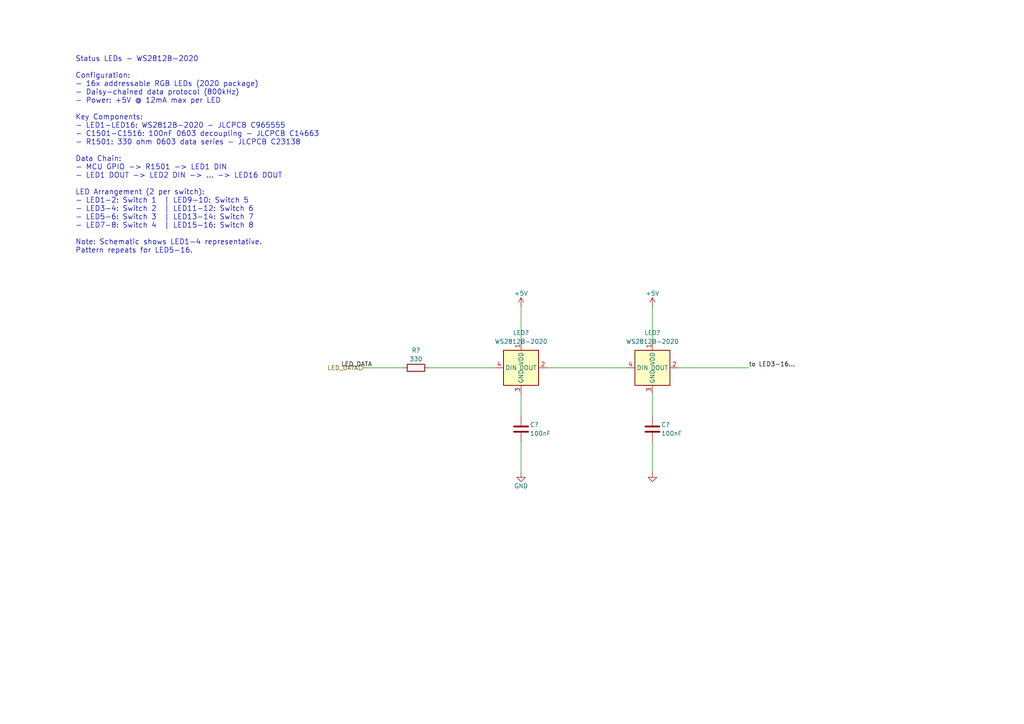
<source format=kicad_sch>
(kicad_sch (version 20250114) (generator "eeschema") (generator_version "9.0")
  (paper "A4")
  (title_block (title "Section 15: Status LEDs") (date "2026-01-29") (rev "1.0") (company "IMSAFE Project") (comment 1 "WS2812B-2020 Addressable RGB LEDs") (comment 2 "16 LEDs daisy-chained, 100nF decoupling each"))
  (lib_symbols
    (symbol "Device:C" (pin_numbers (hide yes)) (pin_names (offset 0.254))
      (property "Reference" "C" (at 0.635 2.54 0))
      (property "Value" "C" (at 0.635 -2.54 0))
      (symbol "C_0_1"
        (polyline (pts (xy -2.032 0.762) (xy 2.032 0.762)) (stroke (width 0.508)))
        (polyline (pts (xy -2.032 -0.762) (xy 2.032 -0.762)) (stroke (width 0.508)))
      )
      (symbol "C_1_1"
        (pin passive line (at 0 3.81 270) (length 2.794) (name "~") (number "1"))
        (pin passive line (at 0 -3.81 90) (length 2.794) (name "~") (number "2"))
      )
    )
    (symbol "Device:R" (pin_numbers (hide yes)) (pin_names (offset 0))
      (property "Reference" "R" (at 2.032 0 90))
      (property "Value" "R" (at 0 0 90))
      (symbol "R_0_1"
        (rectangle (start -1.016 -2.54) (end 1.016 2.54) (stroke (width 0.254)))
      )
      (symbol "R_1_1"
        (pin passive line (at 0 3.81 270) (length 1.27) (name "~") (number "1"))
        (pin passive line (at 0 -3.81 90) (length 1.27) (name "~") (number "2"))
      )
    )
    (symbol "LED:WS2812B-2020"
      (property "Reference" "LED" (at 0 8.89 0))
      (property "Value" "WS2812B-2020" (at 0 6.35 0))
      (symbol "WS2812B-2020_0_1"
        (rectangle (start -5.08 5.08) (end 5.08 -5.08) (stroke (width 0.254)) (fill (type background)))
      )
      (symbol "WS2812B-2020_1_1"
        (pin input line (at -7.62 0 0) (length 2.54) (name "DIN") (number "4"))
        (pin power_in line (at 0 7.62 270) (length 2.54) (name "VDD") (number "1"))
        (pin power_in line (at 0 -7.62 90) (length 2.54) (name "GND") (number "3"))
        (pin output line (at 7.62 0 180) (length 2.54) (name "DOUT") (number "2"))
      )
    )
    (symbol "power:+5V" (power) (pin_numbers (hide yes)) (pin_names (offset 0) (hide yes))
      (property "Value" "+5V" (at 0 3.556 0))
      (symbol "+5V_0_1"
        (polyline (pts (xy -0.762 1.27) (xy 0 2.54)))
        (polyline (pts (xy 0 2.54) (xy 0.762 1.27)))
        (polyline (pts (xy 0 0) (xy 0 2.54)))
      )
      (symbol "+5V_1_1"
        (pin power_in line (at 0 0 90) (length 0) (name "+5V") (number "1"))
      )
    )
    (symbol "power:GND" (power) (pin_numbers (hide yes)) (pin_names (offset 0) (hide yes))
      (property "Value" "GND" (at 0 -3.81 0))
      (symbol "GND_0_1"
        (polyline (pts (xy 0 0) (xy 0 -1.27) (xy 1.27 -1.27) (xy 0 -2.54) (xy -1.27 -1.27) (xy 0 -1.27)))
      )
      (symbol "GND_1_1"
        (pin power_in line (at 0 0 270) (length 0) (name "GND") (number "1"))
      )
    )
  )
  (text "Status LEDs - WS2812B-2020\n\nConfiguration:\n- 16x addressable RGB LEDs (2020 package)\n- Daisy-chained data protocol (800kHz)\n- Power: +5V @ 12mA max per LED\n\nKey Components:\n- LED1-LED16: WS2812B-2020 - JLCPCB C965555\n- C1501-C1516: 100nF 0603 decoupling - JLCPCB C14663\n- R1501: 330 ohm 0603 data series - JLCPCB C23138\n\nData Chain:\n- MCU GPIO -> R1501 -> LED1 DIN\n- LED1 DOUT -> LED2 DIN -> ... -> LED16 DOUT\n\nLED Arrangement (2 per switch):\n- LED1-2: Switch 1  | LED9-10: Switch 5\n- LED3-4: Switch 2  | LED11-12: Switch 6\n- LED5-6: Switch 3  | LED13-14: Switch 7\n- LED7-8: Switch 4  | LED15-16: Switch 8\n\nNote: Schematic shows LED1-4 representative.\nPattern repeats for LED5-16." (at 21.844 44.958 0) (effects (font (size 1.5 1.5)) (justify left)))
  (wire (pts (xy 151.13 88.9) (xy 151.13 99.06)))
  (wire (pts (xy 189.23 88.9) (xy 189.23 99.06)))
  (wire (pts (xy 158.75 106.68) (xy 181.61 106.68)))
  (wire (pts (xy 124.46 106.68) (xy 143.51 106.68)))
  (wire (pts (xy 196.85 106.68) (xy 217.17 106.68)))
  (wire (pts (xy 189.23 114.3) (xy 189.23 120.65)))
  (wire (pts (xy 105.41 106.68) (xy 116.84 106.68)))
  (wire (pts (xy 189.23 128.27) (xy 189.23 137.16)))
  (wire (pts (xy 151.13 128.27) (xy 151.13 137.16)))
  (wire (pts (xy 151.13 114.3) (xy 151.13 120.65)))
  (label "LED_DATA" (at 107.95 106.68 180))
  (label "to LED3-16..." (at 217.17 106.68 0))
  (hierarchical_label "LED_DATA" (shape input) (at 105.41 106.68 180))
  (symbol (lib_id "power:+5V") (at 189.23 88.9 0) (unit 1)
    (property "Reference" "#PWR?" (effects (hide yes)))
    (property "Value" "+5V" (at 189.23 85.09 0))
  )
  (symbol (lib_id "Device:R") (at 120.65 106.68 90) (unit 1)
    (property "Reference" "R?" (at 120.65 101.6 90))
    (property "Value" "330" (at 120.65 104.14 90))
    (property "Footprint" "Resistor_SMD:R_0603_1608Metric" (effects (hide yes)))
    (property "JLCPCB" "C23138" (effects (hide yes)))
  )
  (symbol (lib_id "LED:WS2812B-2020") (at 151.13 106.68 0) (unit 1)
    (property "Reference" "LED?" (at 151.13 96.52 0))
    (property "Value" "WS2812B-2020" (at 151.13 99.06 0))
    (property "Footprint" "LED_SMD:LED_WS2812B-2020_2.0x2.0mm" (effects (hide yes)))
    (property "JLCPCB" "C965555" (effects (hide yes)))
  )
  (symbol (lib_id "power:GND") (at 151.13 137.16 0) (unit 1)
    (property "Reference" "#PWR?" (effects (hide yes)))
    (property "Value" "GND" (at 151.13 140.97 0))
  )
  (symbol (lib_id "Device:C") (at 189.23 124.46 0) (unit 1)
    (property "Reference" "C?" (at 191.77 123.19 0) (effects (justify left)))
    (property "Value" "100nF" (at 191.77 125.73 0) (effects (justify left)))
    (property "Footprint" "Capacitor_SMD:C_0603_1608Metric" (effects (hide yes)))
    (property "JLCPCB" "C14663" (effects (hide yes)))
  )
  (symbol (lib_id "power:GND") (at 189.23 137.16 0) (unit 1)
    (property "Reference" "#PWR?" (effects (hide yes)))
    (property "Value" "GND" (effects (hide yes)))
  )
  (symbol (lib_id "Device:C") (at 151.13 124.46 0) (unit 1)
    (property "Reference" "C?" (at 153.67 123.19 0) (effects (justify left)))
    (property "Value" "100nF" (at 153.67 125.73 0) (effects (justify left)))
    (property "Footprint" "Capacitor_SMD:C_0603_1608Metric" (effects (hide yes)))
    (property "JLCPCB" "C14663" (effects (hide yes)))
  )
  (symbol (lib_id "LED:WS2812B-2020") (at 189.23 106.68 0) (unit 1)
    (property "Reference" "LED?" (at 189.23 96.52 0))
    (property "Value" "WS2812B-2020" (at 189.23 99.06 0))
    (property "Footprint" "LED_SMD:LED_WS2812B-2020_2.0x2.0mm" (effects (hide yes)))
    (property "JLCPCB" "C965555" (effects (hide yes)))
  )
  (symbol (lib_id "power:+5V") (at 151.13 88.9 0) (unit 1)
    (property "Reference" "#PWR?" (effects (hide yes)))
    (property "Value" "+5V" (at 151.13 85.09 0))
  )
)
</source>
